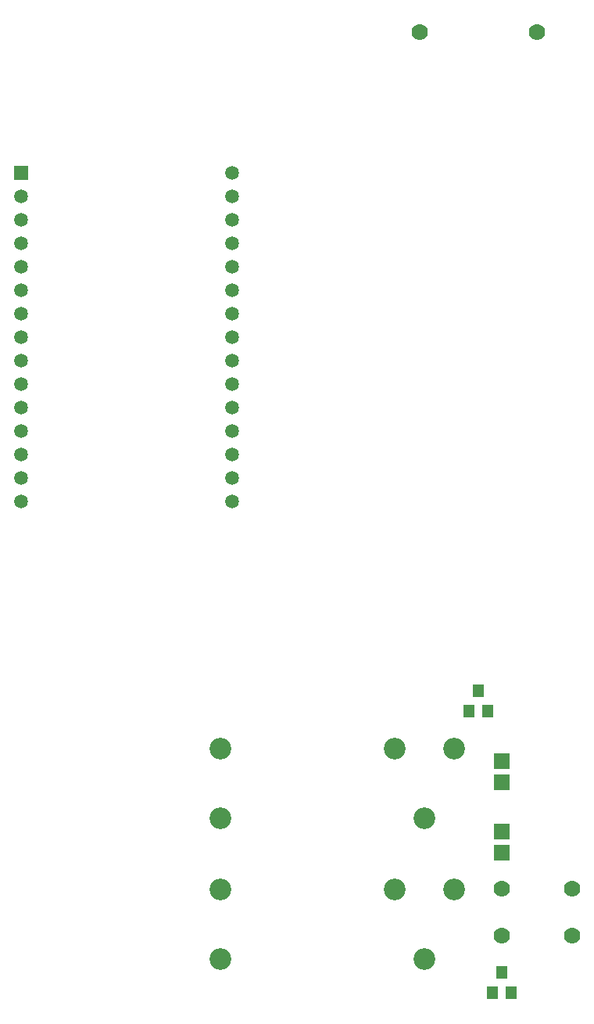
<source format=gbr>
G04 EasyPC Gerber Version 21.0.3 Build 4286 *
G04 #@! TF.Part,Single*
G04 #@! TF.FileFunction,Soldermask,Top *
G04 #@! TF.FilePolarity,Negative *
%FSLAX35Y35*%
%MOIN*%
G04 #@! TA.AperFunction,SMDPad*
%ADD79R,0.05000X0.05800*%
%ADD78R,0.06500X0.07000*%
G04 #@! TA.AperFunction,ComponentPad*
%ADD76R,0.05862X0.05862*%
%ADD77C,0.05862*%
G04 #@! TA.AperFunction,WasherPad*
%ADD17C,0.07000*%
G04 #@! TA.AperFunction,ComponentPad*
%ADD80C,0.09268*%
X0Y0D02*
D02*
D17*
X275250Y455250D03*
X310250Y70250D03*
Y90250D03*
X325250Y455250D03*
X340250Y70250D03*
Y90250D03*
D02*
D76*
X105250Y395250D03*
D02*
D77*
Y255250D03*
Y265250D03*
Y275250D03*
Y285250D03*
Y295250D03*
Y305250D03*
Y315250D03*
Y325250D03*
Y335250D03*
Y345250D03*
Y355250D03*
Y365250D03*
Y375250D03*
Y385250D03*
X195250Y255250D03*
Y265250D03*
Y275250D03*
Y285250D03*
Y295250D03*
Y305250D03*
Y315250D03*
Y325250D03*
Y335250D03*
Y345250D03*
Y355250D03*
Y365250D03*
Y375250D03*
Y385250D03*
Y395250D03*
D02*
D78*
X310250Y105750D03*
Y114750D03*
Y135750D03*
Y144750D03*
D02*
D79*
X296250Y165950D03*
X300250Y174650D03*
X304250Y165950D03*
X306250Y45950D03*
X310250Y54650D03*
X314250Y45950D03*
D02*
D80*
X190250Y60250D03*
Y90014D03*
Y120250D03*
Y150014D03*
X264659Y90014D03*
Y150014D03*
X277258Y60250D03*
Y120250D03*
X289856Y90014D03*
Y150014D03*
X0Y0D02*
M02*

</source>
